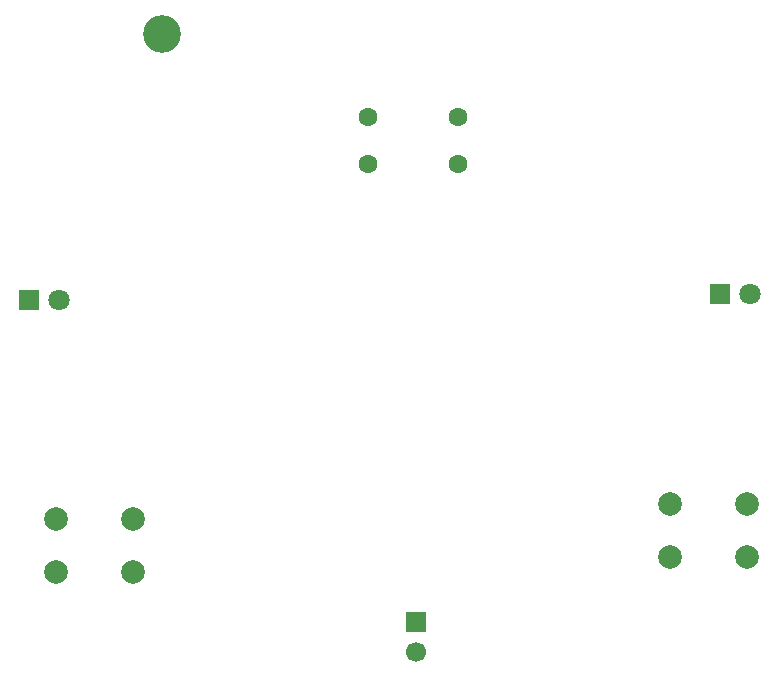
<source format=gbr>
%TF.GenerationSoftware,KiCad,Pcbnew,9.0.2*%
%TF.CreationDate,2025-06-01T15:12:09-05:00*%
%TF.ProjectId,first_pcb_project,66697273-745f-4706-9362-5f70726f6a65,rev?*%
%TF.SameCoordinates,Original*%
%TF.FileFunction,Soldermask,Top*%
%TF.FilePolarity,Negative*%
%FSLAX46Y46*%
G04 Gerber Fmt 4.6, Leading zero omitted, Abs format (unit mm)*
G04 Created by KiCad (PCBNEW 9.0.2) date 2025-06-01 15:12:09*
%MOMM*%
%LPD*%
G01*
G04 APERTURE LIST*
%ADD10C,3.200000*%
%ADD11R,1.700000X1.700000*%
%ADD12C,1.700000*%
%ADD13R,1.800000X1.800000*%
%ADD14C,1.800000*%
%ADD15C,2.000000*%
%ADD16C,1.600000*%
G04 APERTURE END LIST*
D10*
%TO.C,REF\u002A\u002A*%
X65458746Y-72591612D03*
%TD*%
D11*
%TO.C,M1*%
X86958746Y-122316612D03*
D12*
X86958746Y-124856612D03*
%TD*%
D13*
%TO.C,D2*%
X112683746Y-94591612D03*
D14*
X115223746Y-94591612D03*
%TD*%
D13*
%TO.C,D1*%
X54183746Y-95091612D03*
D14*
X56723746Y-95091612D03*
%TD*%
D15*
%TO.C,SW1*%
X56458746Y-113591612D03*
X62958746Y-113591612D03*
X56458746Y-118091612D03*
X62958746Y-118091612D03*
%TD*%
%TO.C,SW2*%
X108458746Y-112341612D03*
X114958746Y-112341612D03*
X108458746Y-116841612D03*
X114958746Y-116841612D03*
%TD*%
D16*
%TO.C,R2*%
X82838746Y-83591612D03*
X90458746Y-83591612D03*
%TD*%
%TO.C,R1*%
X82838746Y-79591612D03*
X90458746Y-79591612D03*
%TD*%
M02*

</source>
